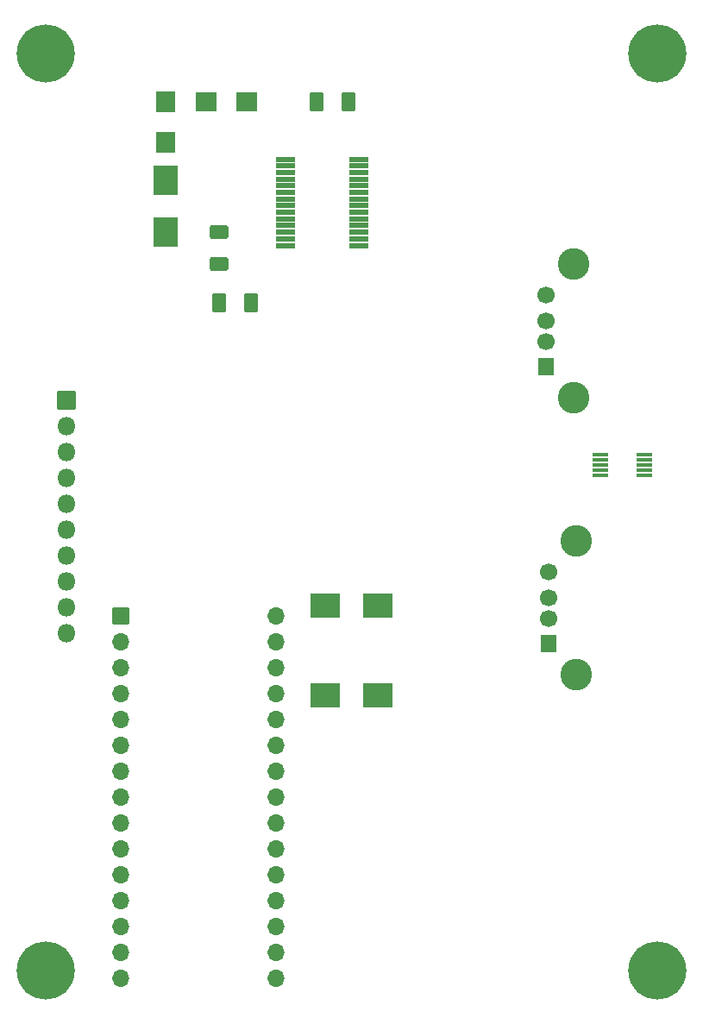
<source format=gbr>
%TF.GenerationSoftware,KiCad,Pcbnew,(6.0.4)*%
%TF.CreationDate,2023-07-24T13:42:22-04:00*%
%TF.ProjectId,BREAD_Slice,42524541-445f-4536-9c69-63652e6b6963,rev?*%
%TF.SameCoordinates,PX74eba40PY8552dc0*%
%TF.FileFunction,Soldermask,Bot*%
%TF.FilePolarity,Negative*%
%FSLAX46Y46*%
G04 Gerber Fmt 4.6, Leading zero omitted, Abs format (unit mm)*
G04 Created by KiCad (PCBNEW (6.0.4)) date 2023-07-24 13:42:22*
%MOMM*%
%LPD*%
G01*
G04 APERTURE LIST*
G04 Aperture macros list*
%AMRoundRect*
0 Rectangle with rounded corners*
0 $1 Rounding radius*
0 $2 $3 $4 $5 $6 $7 $8 $9 X,Y pos of 4 corners*
0 Add a 4 corners polygon primitive as box body*
4,1,4,$2,$3,$4,$5,$6,$7,$8,$9,$2,$3,0*
0 Add four circle primitives for the rounded corners*
1,1,$1+$1,$2,$3*
1,1,$1+$1,$4,$5*
1,1,$1+$1,$6,$7*
1,1,$1+$1,$8,$9*
0 Add four rect primitives between the rounded corners*
20,1,$1+$1,$2,$3,$4,$5,0*
20,1,$1+$1,$4,$5,$6,$7,0*
20,1,$1+$1,$6,$7,$8,$9,0*
20,1,$1+$1,$8,$9,$2,$3,0*%
G04 Aperture macros list end*
%ADD10C,5.700000*%
%ADD11RoundRect,0.050000X-0.800000X-0.800000X0.800000X-0.800000X0.800000X0.800000X-0.800000X0.800000X0*%
%ADD12O,1.700000X1.700000*%
%ADD13RoundRect,0.050000X-0.850000X-0.850000X0.850000X-0.850000X0.850000X0.850000X-0.850000X0.850000X0*%
%ADD14O,1.800000X1.800000*%
%ADD15RoundRect,0.050000X0.750000X-0.800000X0.750000X0.800000X-0.750000X0.800000X-0.750000X-0.800000X0*%
%ADD16C,1.700000*%
%ADD17C,3.100000*%
%ADD18RoundRect,0.050000X-1.385000X-1.175000X1.385000X-1.175000X1.385000X1.175000X-1.385000X1.175000X0*%
%ADD19RoundRect,0.050000X-1.175000X1.385000X-1.175000X-1.385000X1.175000X-1.385000X1.175000X1.385000X0*%
%ADD20RoundRect,0.300000X0.412500X0.650000X-0.412500X0.650000X-0.412500X-0.650000X0.412500X-0.650000X0*%
%ADD21RoundRect,0.050000X-0.850000X1.000000X-0.850000X-1.000000X0.850000X-1.000000X0.850000X1.000000X0*%
%ADD22RoundRect,0.050000X-1.000000X-0.850000X1.000000X-0.850000X1.000000X0.850000X-1.000000X0.850000X0*%
%ADD23RoundRect,0.050000X-0.700000X-0.150000X0.700000X-0.150000X0.700000X0.150000X-0.700000X0.150000X0*%
%ADD24RoundRect,0.050000X-0.875000X-0.225000X0.875000X-0.225000X0.875000X0.225000X-0.875000X0.225000X0*%
%ADD25RoundRect,0.300000X-0.625000X0.400000X-0.625000X-0.400000X0.625000X-0.400000X0.625000X0.400000X0*%
G04 APERTURE END LIST*
D10*
%TO.C,H1*%
X5000000Y95000000D03*
%TD*%
%TO.C,H2*%
X65000000Y95000000D03*
%TD*%
%TO.C,H3*%
X5000000Y5000000D03*
%TD*%
%TO.C,H4*%
X65000000Y5000000D03*
%TD*%
D11*
%TO.C,A1*%
X12400000Y39800000D03*
D12*
X12400000Y37260000D03*
X12400000Y34720000D03*
X12400000Y32180000D03*
X12400000Y29640000D03*
X12400000Y27100000D03*
X12400000Y24560000D03*
X12400000Y22020000D03*
X12400000Y19480000D03*
X12400000Y16940000D03*
X12400000Y14400000D03*
X12400000Y11860000D03*
X12400000Y9320000D03*
X12400000Y6780000D03*
X12400000Y4240000D03*
X27640000Y4240000D03*
X27640000Y6780000D03*
X27640000Y9320000D03*
X27640000Y11860000D03*
X27640000Y14400000D03*
X27640000Y16940000D03*
X27640000Y19480000D03*
X27640000Y22020000D03*
X27640000Y24560000D03*
X27640000Y27100000D03*
X27640000Y29640000D03*
X27640000Y32180000D03*
X27640000Y34720000D03*
X27640000Y37260000D03*
X27640000Y39800000D03*
%TD*%
D13*
%TO.C,J1*%
X7000000Y61000000D03*
D14*
X7000000Y58460000D03*
X7000000Y55920000D03*
X7000000Y53380000D03*
X7000000Y50840000D03*
X7000000Y48300000D03*
X7000000Y45760000D03*
X7000000Y43220000D03*
X7000000Y40680000D03*
X7000000Y38140000D03*
%TD*%
D15*
%TO.C,J3*%
X54356000Y37084000D03*
D16*
X54356000Y39584000D03*
X54356000Y41584000D03*
X54356000Y44084000D03*
D17*
X57066000Y34014000D03*
X57066000Y47154000D03*
%TD*%
D15*
%TO.C,J2*%
X54102000Y64262000D03*
D16*
X54102000Y66762000D03*
X54102000Y68762000D03*
X54102000Y71262000D03*
D17*
X56812000Y61192000D03*
X56812000Y74332000D03*
%TD*%
D18*
%TO.C,C2*%
X32430000Y32000000D03*
X37570000Y32000000D03*
%TD*%
%TO.C,C1*%
X32430000Y40800000D03*
X37570000Y40800000D03*
%TD*%
D19*
%TO.C,C3*%
X16764000Y82580000D03*
X16764000Y77440000D03*
%TD*%
D20*
%TO.C,C4*%
X34709500Y90297000D03*
X31584500Y90297000D03*
%TD*%
D21*
%TO.C,FB1*%
X16764000Y90265000D03*
X16764000Y86265000D03*
%TD*%
D22*
%TO.C,R1*%
X20733000Y90297000D03*
X24733000Y90297000D03*
%TD*%
D23*
%TO.C,U1*%
X59395000Y53610000D03*
X59395000Y54110000D03*
X59395000Y54610000D03*
X59395000Y55110000D03*
X59395000Y55610000D03*
X63795000Y55610000D03*
X63795000Y55110000D03*
X63795000Y54610000D03*
X63795000Y54110000D03*
X63795000Y53610000D03*
%TD*%
D24*
%TO.C,U2*%
X28531000Y76166000D03*
X28531000Y76816000D03*
X28531000Y77466000D03*
X28531000Y78116000D03*
X28531000Y78766000D03*
X28531000Y79416000D03*
X28531000Y80066000D03*
X28531000Y80716000D03*
X28531000Y81366000D03*
X28531000Y82016000D03*
X28531000Y82666000D03*
X28531000Y83316000D03*
X28531000Y83966000D03*
X28531000Y84616000D03*
X35731000Y84616000D03*
X35731000Y83966000D03*
X35731000Y83316000D03*
X35731000Y82666000D03*
X35731000Y82016000D03*
X35731000Y81366000D03*
X35731000Y80716000D03*
X35731000Y80066000D03*
X35731000Y79416000D03*
X35731000Y78766000D03*
X35731000Y78116000D03*
X35731000Y77466000D03*
X35731000Y76816000D03*
X35731000Y76166000D03*
%TD*%
D20*
%TO.C,C5*%
X25162500Y70500000D03*
X22037500Y70500000D03*
%TD*%
D25*
%TO.C,R2*%
X22050000Y77450000D03*
X22050000Y74350000D03*
%TD*%
M02*

</source>
